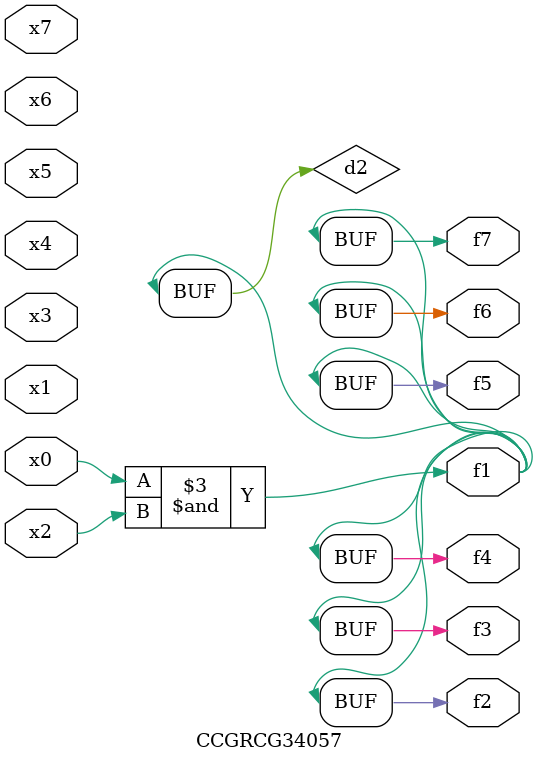
<source format=v>
module CCGRCG34057(
	input x0, x1, x2, x3, x4, x5, x6, x7,
	output f1, f2, f3, f4, f5, f6, f7
);

	wire d1, d2;

	nor (d1, x3, x6);
	and (d2, x0, x2);
	assign f1 = d2;
	assign f2 = d2;
	assign f3 = d2;
	assign f4 = d2;
	assign f5 = d2;
	assign f6 = d2;
	assign f7 = d2;
endmodule

</source>
